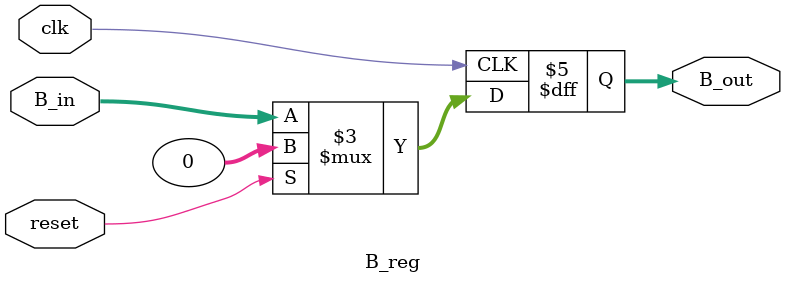
<source format=v>
`timescale 1ns / 1ps
module B_reg( B_in, B_out, reset, clk
    );
	 input [31:0] B_in;
	 input reset, clk;
	 output reg [31:0] B_out;

	always@(posedge clk)
		begin
			if(reset)
			begin
			B_out <= 32'd0;
			end
			
			else
			begin
			B_out <= B_in;
			end
		end
endmodule
</source>
